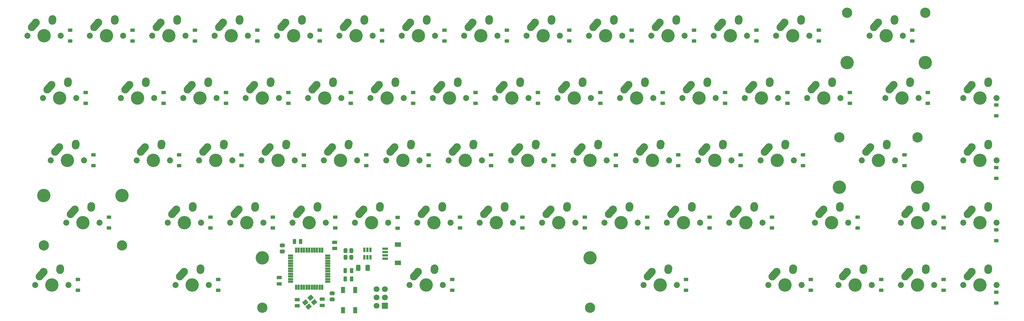
<source format=gbr>
G04 #@! TF.GenerationSoftware,KiCad,Pcbnew,(6.0.1)*
G04 #@! TF.CreationDate,2022-06-09T20:43:53-07:00*
G04 #@! TF.ProjectId,artemis-65,61727465-6d69-4732-9d36-352e6b696361,rev?*
G04 #@! TF.SameCoordinates,Original*
G04 #@! TF.FileFunction,Soldermask,Bot*
G04 #@! TF.FilePolarity,Negative*
%FSLAX46Y46*%
G04 Gerber Fmt 4.6, Leading zero omitted, Abs format (unit mm)*
G04 Created by KiCad (PCBNEW (6.0.1)) date 2022-06-09 20:43:53*
%MOMM*%
%LPD*%
G01*
G04 APERTURE LIST*
G04 Aperture macros list*
%AMRoundRect*
0 Rectangle with rounded corners*
0 $1 Rounding radius*
0 $2 $3 $4 $5 $6 $7 $8 $9 X,Y pos of 4 corners*
0 Add a 4 corners polygon primitive as box body*
4,1,4,$2,$3,$4,$5,$6,$7,$8,$9,$2,$3,0*
0 Add four circle primitives for the rounded corners*
1,1,$1+$1,$2,$3*
1,1,$1+$1,$4,$5*
1,1,$1+$1,$6,$7*
1,1,$1+$1,$8,$9*
0 Add four rect primitives between the rounded corners*
20,1,$1+$1,$2,$3,$4,$5,0*
20,1,$1+$1,$4,$5,$6,$7,0*
20,1,$1+$1,$6,$7,$8,$9,0*
20,1,$1+$1,$8,$9,$2,$3,0*%
%AMHorizOval*
0 Thick line with rounded ends*
0 $1 width*
0 $2 $3 position (X,Y) of the first rounded end (center of the circle)*
0 $4 $5 position (X,Y) of the second rounded end (center of the circle)*
0 Add line between two ends*
20,1,$1,$2,$3,$4,$5,0*
0 Add two circle primitives to create the rounded ends*
1,1,$1,$2,$3*
1,1,$1,$4,$5*%
G04 Aperture macros list end*
%ADD10C,4.087800*%
%ADD11C,1.850000*%
%ADD12HorizOval,2.350000X0.655001X0.730000X-0.655001X-0.730000X0*%
%ADD13C,2.350000*%
%ADD14HorizOval,2.350000X0.020000X0.290000X-0.020000X-0.290000X0*%
%ADD15C,3.148000*%
%ADD16C,1.800000*%
%ADD17RoundRect,0.050000X-0.850000X-0.850000X0.850000X-0.850000X0.850000X0.850000X-0.850000X0.850000X0*%
%ADD18RoundRect,0.050000X0.600000X-0.450000X0.600000X0.450000X-0.600000X0.450000X-0.600000X-0.450000X0*%
%ADD19RoundRect,0.300000X0.475000X-0.250000X0.475000X0.250000X-0.475000X0.250000X-0.475000X-0.250000X0*%
%ADD20RoundRect,0.300000X0.450000X-0.262500X0.450000X0.262500X-0.450000X0.262500X-0.450000X-0.262500X0*%
%ADD21RoundRect,0.050000X-0.550000X0.900000X-0.550000X-0.900000X0.550000X-0.900000X0.550000X0.900000X0*%
%ADD22RoundRect,0.200000X0.150000X-0.512500X0.150000X0.512500X-0.150000X0.512500X-0.150000X-0.512500X0*%
%ADD23RoundRect,0.050000X0.750000X0.275000X-0.750000X0.275000X-0.750000X-0.275000X0.750000X-0.275000X0*%
%ADD24RoundRect,0.050000X0.275000X-0.750000X0.275000X0.750000X-0.275000X0.750000X-0.275000X-0.750000X0*%
%ADD25RoundRect,0.050000X-0.150559X-0.909578X0.921904X-0.009675X0.150559X0.909578X-0.921904X0.009675X0*%
%ADD26RoundRect,0.300000X0.250000X0.475000X-0.250000X0.475000X-0.250000X-0.475000X0.250000X-0.475000X0*%
%ADD27RoundRect,0.300000X0.262500X0.450000X-0.262500X0.450000X-0.262500X-0.450000X0.262500X-0.450000X0*%
%ADD28RoundRect,0.300000X0.375000X0.625000X-0.375000X0.625000X-0.375000X-0.625000X0.375000X-0.625000X0*%
%ADD29RoundRect,0.300000X-0.250000X-0.475000X0.250000X-0.475000X0.250000X0.475000X-0.250000X0.475000X0*%
%ADD30RoundRect,0.300000X-0.475000X0.250000X-0.475000X-0.250000X0.475000X-0.250000X0.475000X0.250000X0*%
%ADD31RoundRect,0.050000X-0.900000X0.600000X-0.900000X-0.600000X0.900000X-0.600000X0.900000X0.600000X0*%
%ADD32RoundRect,0.050000X-0.775000X0.300000X-0.775000X-0.300000X0.775000X-0.300000X0.775000X0.300000X0*%
G04 APERTURE END LIST*
D10*
X177006250Y-64293750D03*
D11*
X182086250Y-64293750D03*
X171926250Y-64293750D03*
D12*
X173851251Y-61023750D03*
D13*
X174506250Y-60293750D03*
X179546250Y-59213750D03*
D14*
X179526250Y-59503750D03*
D10*
X96043750Y-45243750D03*
D11*
X101123750Y-45243750D03*
X90963750Y-45243750D03*
D12*
X92888751Y-41973750D03*
D13*
X93543750Y-41243750D03*
X98583750Y-40163750D03*
D14*
X98563750Y-40453750D03*
D11*
X38576250Y-64293750D03*
X48736250Y-64293750D03*
D10*
X43656250Y-64293750D03*
D12*
X40501251Y-61023750D03*
D13*
X41156250Y-60293750D03*
D14*
X46176250Y-59503750D03*
D13*
X46196250Y-59213750D03*
D11*
X200501250Y-83343750D03*
D10*
X205581250Y-83343750D03*
D11*
X210661250Y-83343750D03*
D13*
X203081250Y-79343750D03*
D12*
X202426251Y-80073750D03*
D13*
X208121250Y-78263750D03*
D14*
X208101250Y-78553750D03*
D15*
X279431750Y-19208750D03*
D11*
X272573750Y-26193750D03*
D10*
X255555750Y-34448750D03*
X279431750Y-34448750D03*
X267493750Y-26193750D03*
D15*
X255555750Y-19208750D03*
D11*
X262413750Y-26193750D03*
D13*
X264993750Y-22193750D03*
D12*
X264338751Y-22923750D03*
D14*
X270013750Y-21403750D03*
D13*
X270033750Y-21113750D03*
D11*
X129698750Y-26193750D03*
X119538750Y-26193750D03*
D10*
X124618750Y-26193750D03*
D12*
X121463751Y-22923750D03*
D13*
X122118750Y-22193750D03*
X127158750Y-21113750D03*
D14*
X127138750Y-21403750D03*
D11*
X205263750Y-45243750D03*
X215423750Y-45243750D03*
D10*
X210343750Y-45243750D03*
D12*
X207188751Y-41973750D03*
D13*
X207843750Y-41243750D03*
D14*
X212863750Y-40453750D03*
D13*
X212883750Y-40163750D03*
D11*
X267176250Y-45243750D03*
X277336250Y-45243750D03*
D10*
X272256250Y-45243750D03*
D13*
X269756250Y-41243750D03*
D12*
X269101251Y-41973750D03*
D14*
X274776250Y-40453750D03*
D13*
X274796250Y-40163750D03*
D11*
X270192500Y-64293750D03*
D10*
X277050500Y-72548750D03*
D15*
X253174500Y-57308750D03*
D10*
X265112500Y-64293750D03*
X253174500Y-72548750D03*
D11*
X260032500Y-64293750D03*
D15*
X277050500Y-57308750D03*
D12*
X261957501Y-61023750D03*
D13*
X262612500Y-60293750D03*
X267652500Y-59213750D03*
D14*
X267632500Y-59503750D03*
D11*
X290988750Y-45243750D03*
D10*
X296068750Y-45243750D03*
D11*
X301148750Y-45243750D03*
D12*
X292913751Y-41973750D03*
D13*
X293568750Y-41243750D03*
X298608750Y-40163750D03*
D14*
X298588750Y-40453750D03*
D10*
X172243750Y-45243750D03*
D11*
X177323750Y-45243750D03*
X167163750Y-45243750D03*
D12*
X169088751Y-41973750D03*
D13*
X169743750Y-41243750D03*
D14*
X174763750Y-40453750D03*
D13*
X174783750Y-40163750D03*
D10*
X277018750Y-83343750D03*
D11*
X282098750Y-83343750D03*
X271938750Y-83343750D03*
D12*
X273863751Y-80073750D03*
D13*
X274518750Y-79343750D03*
D14*
X279538750Y-78553750D03*
D13*
X279558750Y-78263750D03*
D11*
X243998750Y-26193750D03*
X233838750Y-26193750D03*
D10*
X238918750Y-26193750D03*
D13*
X236418750Y-22193750D03*
D12*
X235763751Y-22923750D03*
D13*
X241458750Y-21113750D03*
D14*
X241438750Y-21403750D03*
D11*
X301148750Y-64293750D03*
D10*
X296068750Y-64293750D03*
D11*
X290988750Y-64293750D03*
D12*
X292913751Y-61023750D03*
D13*
X293568750Y-60293750D03*
D14*
X298588750Y-59503750D03*
D13*
X298608750Y-59213750D03*
D11*
X138588750Y-26193750D03*
D10*
X143668750Y-26193750D03*
D11*
X148748750Y-26193750D03*
D13*
X141168750Y-22193750D03*
D12*
X140513751Y-22923750D03*
D13*
X146208750Y-21113750D03*
D14*
X146188750Y-21403750D03*
D11*
X195738750Y-26193750D03*
X205898750Y-26193750D03*
D10*
X200818750Y-26193750D03*
D13*
X198318750Y-22193750D03*
D12*
X197663751Y-22923750D03*
D14*
X203338750Y-21403750D03*
D13*
X203358750Y-21113750D03*
D11*
X252888750Y-102393750D03*
D10*
X257968750Y-102393750D03*
D11*
X263048750Y-102393750D03*
D12*
X254813751Y-99123750D03*
D13*
X255468750Y-98393750D03*
D14*
X260488750Y-97603750D03*
D13*
X260508750Y-97313750D03*
D10*
X224631250Y-83343750D03*
D11*
X229711250Y-83343750D03*
X219551250Y-83343750D03*
D12*
X221476251Y-80073750D03*
D13*
X222131250Y-79343750D03*
D14*
X227151250Y-78553750D03*
D13*
X227171250Y-78263750D03*
D11*
X110648750Y-26193750D03*
D10*
X105568750Y-26193750D03*
D11*
X100488750Y-26193750D03*
D12*
X102413751Y-22923750D03*
D13*
X103068750Y-22193750D03*
X108108750Y-21113750D03*
D14*
X108088750Y-21403750D03*
D11*
X62388750Y-26193750D03*
X72548750Y-26193750D03*
D10*
X67468750Y-26193750D03*
D12*
X64313751Y-22923750D03*
D13*
X64968750Y-22193750D03*
X70008750Y-21113750D03*
D14*
X69988750Y-21403750D03*
D11*
X17780000Y-102393750D03*
X7620000Y-102393750D03*
D10*
X12700000Y-102393750D03*
D12*
X9545001Y-99123750D03*
D13*
X10200000Y-98393750D03*
D14*
X15220000Y-97603750D03*
D13*
X15240000Y-97313750D03*
D10*
X153193750Y-45243750D03*
D11*
X158273750Y-45243750D03*
X148113750Y-45243750D03*
D12*
X150038751Y-41973750D03*
D13*
X150693750Y-41243750D03*
X155733750Y-40163750D03*
D14*
X155713750Y-40453750D03*
D11*
X20161250Y-45243750D03*
D10*
X15081250Y-45243750D03*
D11*
X10001250Y-45243750D03*
D13*
X12581250Y-41243750D03*
D12*
X11926251Y-41973750D03*
D14*
X17601250Y-40453750D03*
D13*
X17621250Y-40163750D03*
D10*
X248443750Y-45243750D03*
D11*
X253523750Y-45243750D03*
X243363750Y-45243750D03*
D12*
X245288751Y-41973750D03*
D13*
X245943750Y-41243750D03*
X250983750Y-40163750D03*
D14*
X250963750Y-40453750D03*
D11*
X143351250Y-83343750D03*
X153511250Y-83343750D03*
D10*
X148431250Y-83343750D03*
D13*
X145931250Y-79343750D03*
D12*
X145276251Y-80073750D03*
D14*
X150951250Y-78553750D03*
D13*
X150971250Y-78263750D03*
D11*
X105886250Y-64293750D03*
X95726250Y-64293750D03*
D10*
X100806250Y-64293750D03*
D12*
X97651251Y-61023750D03*
D13*
X98306250Y-60293750D03*
X103346250Y-59213750D03*
D14*
X103326250Y-59503750D03*
D10*
X134143750Y-45243750D03*
D11*
X129063750Y-45243750D03*
X139223750Y-45243750D03*
D13*
X131643750Y-41243750D03*
D12*
X130988751Y-41973750D03*
D13*
X136683750Y-40163750D03*
D14*
X136663750Y-40453750D03*
D11*
X115411250Y-83343750D03*
D10*
X110331250Y-83343750D03*
D11*
X105251250Y-83343750D03*
D13*
X107831250Y-79343750D03*
D12*
X107176251Y-80073750D03*
D13*
X112871250Y-78263750D03*
D14*
X112851250Y-78553750D03*
D11*
X86201250Y-83343750D03*
D10*
X91281250Y-83343750D03*
D11*
X96361250Y-83343750D03*
D12*
X88126251Y-80073750D03*
D13*
X88781250Y-79343750D03*
D14*
X93801250Y-78553750D03*
D13*
X93821250Y-78263750D03*
D11*
X60642500Y-102393750D03*
D10*
X55562500Y-102393750D03*
D11*
X50482500Y-102393750D03*
D12*
X52407501Y-99123750D03*
D13*
X53062500Y-98393750D03*
D14*
X58082500Y-97603750D03*
D13*
X58102500Y-97313750D03*
D11*
X271938750Y-102393750D03*
D10*
X277018750Y-102393750D03*
D11*
X282098750Y-102393750D03*
D12*
X273863751Y-99123750D03*
D13*
X274518750Y-98393750D03*
X279558750Y-97313750D03*
D14*
X279538750Y-97603750D03*
D10*
X127000000Y-102393750D03*
X77000100Y-94138750D03*
D15*
X176999900Y-109378750D03*
X77000100Y-109378750D03*
D11*
X132080000Y-102393750D03*
X121920000Y-102393750D03*
D10*
X176999900Y-94138750D03*
D13*
X124500000Y-98393750D03*
D12*
X123845001Y-99123750D03*
D13*
X129540000Y-97313750D03*
D14*
X129520000Y-97603750D03*
D11*
X22542500Y-64293750D03*
D10*
X17462500Y-64293750D03*
D11*
X12382500Y-64293750D03*
D13*
X14962500Y-60293750D03*
D12*
X14307501Y-61023750D03*
D13*
X20002500Y-59213750D03*
D14*
X19982500Y-59503750D03*
D11*
X34448750Y-26193750D03*
X24288750Y-26193750D03*
D10*
X29368750Y-26193750D03*
D12*
X26213751Y-22923750D03*
D13*
X26868750Y-22193750D03*
X31908750Y-21113750D03*
D14*
X31888750Y-21403750D03*
D11*
X241617500Y-102393750D03*
X231457500Y-102393750D03*
D10*
X236537500Y-102393750D03*
D13*
X234037500Y-98393750D03*
D12*
X233382501Y-99123750D03*
D14*
X239057500Y-97603750D03*
D13*
X239077500Y-97313750D03*
D11*
X82073750Y-45243750D03*
D10*
X76993750Y-45243750D03*
D11*
X71913750Y-45243750D03*
D12*
X73838751Y-41973750D03*
D13*
X74493750Y-41243750D03*
D14*
X79513750Y-40453750D03*
D13*
X79533750Y-40163750D03*
D11*
X239236250Y-64293750D03*
X229076250Y-64293750D03*
D10*
X234156250Y-64293750D03*
D12*
X231001251Y-61023750D03*
D13*
X231656250Y-60293750D03*
X236696250Y-59213750D03*
D14*
X236676250Y-59503750D03*
D10*
X186531250Y-83343750D03*
D11*
X181451250Y-83343750D03*
X191611250Y-83343750D03*
D13*
X184031250Y-79343750D03*
D12*
X183376251Y-80073750D03*
D13*
X189071250Y-78263750D03*
D14*
X189051250Y-78553750D03*
D11*
X133826250Y-64293750D03*
D10*
X138906250Y-64293750D03*
D11*
X143986250Y-64293750D03*
D13*
X136406250Y-60293750D03*
D12*
X135751251Y-61023750D03*
D14*
X141426250Y-59503750D03*
D13*
X141446250Y-59213750D03*
D11*
X67151250Y-83343750D03*
D10*
X72231250Y-83343750D03*
D11*
X77311250Y-83343750D03*
D12*
X69076251Y-80073750D03*
D13*
X69731250Y-79343750D03*
X74771250Y-78263750D03*
D14*
X74751250Y-78553750D03*
D11*
X290988750Y-102393750D03*
X301148750Y-102393750D03*
D10*
X296068750Y-102393750D03*
D13*
X293568750Y-98393750D03*
D12*
X292913751Y-99123750D03*
D14*
X298588750Y-97603750D03*
D13*
X298608750Y-97313750D03*
D11*
X167798750Y-26193750D03*
X157638750Y-26193750D03*
D10*
X162718750Y-26193750D03*
D13*
X160218750Y-22193750D03*
D12*
X159563751Y-22923750D03*
D14*
X165238750Y-21403750D03*
D13*
X165258750Y-21113750D03*
D15*
X34163000Y-90328750D03*
D11*
X27305000Y-83343750D03*
D10*
X10287000Y-75088750D03*
D11*
X17145000Y-83343750D03*
D15*
X10287000Y-90328750D03*
D10*
X34163000Y-75088750D03*
X22225000Y-83343750D03*
D12*
X19070001Y-80073750D03*
D13*
X19725000Y-79343750D03*
X24765000Y-78263750D03*
D14*
X24745000Y-78553750D03*
D16*
X111810800Y-103694300D03*
X114350800Y-103694300D03*
X111810800Y-106234300D03*
X114350800Y-106234300D03*
X111810800Y-108774300D03*
D17*
X114350800Y-108774300D03*
D10*
X86518750Y-26193750D03*
D11*
X91598750Y-26193750D03*
X81438750Y-26193750D03*
D13*
X84018750Y-22193750D03*
D12*
X83363751Y-22923750D03*
D14*
X89038750Y-21403750D03*
D13*
X89058750Y-21113750D03*
D10*
X215106250Y-64293750D03*
D11*
X210026250Y-64293750D03*
X220186250Y-64293750D03*
D13*
X212606250Y-60293750D03*
D12*
X211951251Y-61023750D03*
D13*
X217646250Y-59213750D03*
D14*
X217626250Y-59503750D03*
D10*
X115093750Y-45243750D03*
D11*
X110013750Y-45243750D03*
X120173750Y-45243750D03*
D13*
X112593750Y-41243750D03*
D12*
X111938751Y-41973750D03*
D14*
X117613750Y-40453750D03*
D13*
X117633750Y-40163750D03*
D11*
X76676250Y-64293750D03*
X86836250Y-64293750D03*
D10*
X81756250Y-64293750D03*
D12*
X78601251Y-61023750D03*
D13*
X79256250Y-60293750D03*
D14*
X84276250Y-59503750D03*
D13*
X84296250Y-59213750D03*
D11*
X58261250Y-83343750D03*
D10*
X53181250Y-83343750D03*
D11*
X48101250Y-83343750D03*
D12*
X50026251Y-80073750D03*
D13*
X50681250Y-79343750D03*
D14*
X55701250Y-78553750D03*
D13*
X55721250Y-78263750D03*
D11*
X172561250Y-83343750D03*
X162401250Y-83343750D03*
D10*
X167481250Y-83343750D03*
D12*
X164326251Y-80073750D03*
D13*
X164981250Y-79343750D03*
D14*
X170001250Y-78553750D03*
D13*
X170021250Y-78263750D03*
D11*
X57626250Y-64293750D03*
D10*
X62706250Y-64293750D03*
D11*
X67786250Y-64293750D03*
D12*
X59551251Y-61023750D03*
D13*
X60206250Y-60293750D03*
X65246250Y-59213750D03*
D14*
X65226250Y-59503750D03*
D10*
X219868750Y-26193750D03*
D11*
X224948750Y-26193750D03*
X214788750Y-26193750D03*
D13*
X217368750Y-22193750D03*
D12*
X216713751Y-22923750D03*
D13*
X222408750Y-21113750D03*
D14*
X222388750Y-21403750D03*
D10*
X191293750Y-45243750D03*
D11*
X186213750Y-45243750D03*
X196373750Y-45243750D03*
D13*
X188793750Y-41243750D03*
D12*
X188138751Y-41973750D03*
D14*
X193813750Y-40453750D03*
D13*
X193833750Y-40163750D03*
D11*
X203517500Y-102393750D03*
D10*
X198437500Y-102393750D03*
D11*
X193357500Y-102393750D03*
D13*
X195937500Y-98393750D03*
D12*
X195282501Y-99123750D03*
D13*
X200977500Y-97313750D03*
D14*
X200957500Y-97603750D03*
D10*
X10318750Y-26193750D03*
D11*
X15398750Y-26193750D03*
X5238750Y-26193750D03*
D13*
X7818750Y-22193750D03*
D12*
X7163751Y-22923750D03*
D13*
X12858750Y-21113750D03*
D14*
X12838750Y-21403750D03*
D10*
X296068750Y-83343750D03*
D11*
X290988750Y-83343750D03*
X301148750Y-83343750D03*
D12*
X292913751Y-80073750D03*
D13*
X293568750Y-79343750D03*
X298608750Y-78263750D03*
D14*
X298588750Y-78553750D03*
D10*
X250825000Y-83343750D03*
D11*
X245745000Y-83343750D03*
X255905000Y-83343750D03*
D13*
X248325000Y-79343750D03*
D12*
X247670001Y-80073750D03*
D13*
X253365000Y-78263750D03*
D14*
X253345000Y-78553750D03*
D11*
X63023750Y-45243750D03*
D10*
X57943750Y-45243750D03*
D11*
X52863750Y-45243750D03*
D13*
X55443750Y-41243750D03*
D12*
X54788751Y-41973750D03*
D13*
X60483750Y-40163750D03*
D14*
X60463750Y-40453750D03*
D11*
X43338750Y-26193750D03*
D10*
X48418750Y-26193750D03*
D11*
X53498750Y-26193750D03*
D13*
X45918750Y-22193750D03*
D12*
X45263751Y-22923750D03*
D13*
X50958750Y-21113750D03*
D14*
X50938750Y-21403750D03*
D11*
X186848750Y-26193750D03*
X176688750Y-26193750D03*
D10*
X181768750Y-26193750D03*
D12*
X178613751Y-22923750D03*
D13*
X179268750Y-22193750D03*
X184308750Y-21113750D03*
D14*
X184288750Y-21403750D03*
D10*
X157956250Y-64293750D03*
D11*
X163036250Y-64293750D03*
X152876250Y-64293750D03*
D12*
X154801251Y-61023750D03*
D13*
X155456250Y-60293750D03*
D14*
X160476250Y-59503750D03*
D13*
X160496250Y-59213750D03*
D11*
X134461250Y-83343750D03*
D10*
X129381250Y-83343750D03*
D11*
X124301250Y-83343750D03*
D13*
X126881250Y-79343750D03*
D12*
X126226251Y-80073750D03*
D13*
X131921250Y-78263750D03*
D14*
X131901250Y-78553750D03*
D11*
X201136250Y-64293750D03*
D10*
X196056250Y-64293750D03*
D11*
X190976250Y-64293750D03*
D13*
X193556250Y-60293750D03*
D12*
X192901251Y-61023750D03*
D13*
X198596250Y-59213750D03*
D14*
X198576250Y-59503750D03*
D11*
X43973750Y-45243750D03*
D10*
X38893750Y-45243750D03*
D11*
X33813750Y-45243750D03*
D13*
X36393750Y-41243750D03*
D12*
X35738751Y-41973750D03*
D13*
X41433750Y-40163750D03*
D14*
X41413750Y-40453750D03*
D11*
X114776250Y-64293750D03*
D10*
X119856250Y-64293750D03*
D11*
X124936250Y-64293750D03*
D13*
X117356250Y-60293750D03*
D12*
X116701251Y-61023750D03*
D13*
X122396250Y-59213750D03*
D14*
X122376250Y-59503750D03*
D11*
X234473750Y-45243750D03*
X224313750Y-45243750D03*
D10*
X229393750Y-45243750D03*
D12*
X226238751Y-41973750D03*
D13*
X226893750Y-41243750D03*
D14*
X231913750Y-40453750D03*
D13*
X231933750Y-40163750D03*
D18*
X280193750Y-46893750D03*
X280193750Y-43593750D03*
X103981250Y-46893750D03*
X103981250Y-43593750D03*
X89693750Y-65943750D03*
X89693750Y-62643750D03*
X20637500Y-104043750D03*
X20637500Y-100743750D03*
X284956250Y-104043750D03*
X284956250Y-100743750D03*
X134937500Y-104043750D03*
X134937500Y-100743750D03*
D19*
X99060000Y-91247000D03*
X99060000Y-89347000D03*
D18*
X56356250Y-27843750D03*
X56356250Y-24543750D03*
X156368750Y-84993750D03*
X156368750Y-81693750D03*
X84931250Y-46893750D03*
X84931250Y-43593750D03*
D20*
X98298000Y-106779700D03*
X98298000Y-104954700D03*
D18*
X25400000Y-65943750D03*
X25400000Y-62643750D03*
X208756250Y-27843750D03*
X208756250Y-24543750D03*
D21*
X105329600Y-110135600D03*
X101629600Y-103935600D03*
X101629600Y-110135600D03*
X105329600Y-103935600D03*
D18*
X175418750Y-84993750D03*
X175418750Y-81693750D03*
D19*
X95250000Y-108646000D03*
X95250000Y-106746000D03*
D22*
X110017600Y-93974500D03*
X109067600Y-93974500D03*
X108117600Y-93974500D03*
X108117600Y-91699500D03*
X109067600Y-91699500D03*
X110017600Y-91699500D03*
D18*
X265906250Y-104043750D03*
X265906250Y-100743750D03*
X237331250Y-46893750D03*
X237331250Y-43593750D03*
X113506250Y-27843750D03*
X113506250Y-24543750D03*
X232568750Y-84993750D03*
X232568750Y-81693750D03*
X258762500Y-84993750D03*
X258762500Y-81693750D03*
X142081250Y-46893750D03*
X142081250Y-43593750D03*
X61118750Y-84993750D03*
X61118750Y-81693750D03*
X256381250Y-46893750D03*
X256381250Y-43593750D03*
D23*
X96981250Y-93409000D03*
X96981250Y-94209000D03*
X96981250Y-95009000D03*
X96981250Y-95809000D03*
X96981250Y-96609000D03*
X96981250Y-97409000D03*
X96981250Y-98209000D03*
X96981250Y-99009000D03*
X96981250Y-99809000D03*
X96981250Y-100609000D03*
X96981250Y-101409000D03*
D24*
X95281250Y-103109000D03*
X94481250Y-103109000D03*
X93681250Y-103109000D03*
X92881250Y-103109000D03*
X92081250Y-103109000D03*
X91281250Y-103109000D03*
X90481250Y-103109000D03*
X89681250Y-103109000D03*
X88881250Y-103109000D03*
X88081250Y-103109000D03*
X87281250Y-103109000D03*
D23*
X85581250Y-101409000D03*
X85581250Y-100609000D03*
X85581250Y-99809000D03*
X85581250Y-99009000D03*
X85581250Y-98209000D03*
X85581250Y-97409000D03*
X85581250Y-96609000D03*
X85581250Y-95809000D03*
X85581250Y-95009000D03*
X85581250Y-94209000D03*
X85581250Y-93409000D03*
D24*
X87281250Y-91709000D03*
X88081250Y-91709000D03*
X88881250Y-91709000D03*
X89681250Y-91709000D03*
X90481250Y-91709000D03*
X91281250Y-91709000D03*
X92081250Y-91709000D03*
X92881250Y-91709000D03*
X93681250Y-91709000D03*
X94481250Y-91709000D03*
X95281250Y-91709000D03*
D18*
X165893750Y-65943750D03*
X165893750Y-62643750D03*
X151606250Y-27843750D03*
X151606250Y-24543750D03*
X189706250Y-27843750D03*
X189706250Y-24543750D03*
X123031250Y-46893750D03*
X123031250Y-43593750D03*
X108743750Y-65943750D03*
X108743750Y-62643750D03*
X275431250Y-27843750D03*
X275431250Y-24543750D03*
D25*
X90050982Y-107751929D03*
X91736279Y-106337796D03*
X92829018Y-107640071D03*
X91143721Y-109054204D03*
D18*
X213518750Y-84993750D03*
X213518750Y-81693750D03*
X180181250Y-46893750D03*
X180181250Y-43593750D03*
X273050000Y-65943750D03*
X273050000Y-62643750D03*
X37306250Y-27843750D03*
X37306250Y-24543750D03*
X206375000Y-104043750D03*
X206375000Y-100743750D03*
X203993750Y-65943750D03*
X203993750Y-62643750D03*
X18256250Y-27843750D03*
X18256250Y-24543750D03*
X170656250Y-27843750D03*
X170656250Y-24543750D03*
X246856250Y-27843750D03*
X246856250Y-24543750D03*
X301117000Y-50672000D03*
X301117000Y-47372000D03*
X227806250Y-27843750D03*
X227806250Y-24543750D03*
X146843750Y-65943750D03*
X146843750Y-62643750D03*
D20*
X83058000Y-92149300D03*
X83058000Y-90324300D03*
D18*
X301117000Y-69849000D03*
X301117000Y-66549000D03*
X244475000Y-104043750D03*
X244475000Y-100743750D03*
D19*
X87630000Y-108773000D03*
X87630000Y-106873000D03*
D18*
X161131250Y-46893750D03*
X161131250Y-43593750D03*
X99218750Y-84993750D03*
X99218750Y-81693750D03*
X301117000Y-88899000D03*
X301117000Y-85599000D03*
X70643750Y-65943750D03*
X70643750Y-62643750D03*
X284956250Y-84993750D03*
X284956250Y-81693750D03*
X301117000Y-107949000D03*
X301117000Y-104649000D03*
X132556250Y-27843750D03*
X132556250Y-24543750D03*
X137318750Y-84993750D03*
X137318750Y-81693750D03*
X65881250Y-46893750D03*
X65881250Y-43593750D03*
X23018750Y-46893750D03*
X23018750Y-43593750D03*
X223043750Y-65943750D03*
X223043750Y-62643750D03*
X30162500Y-84993750D03*
X30162500Y-81693750D03*
D26*
X104201000Y-98044000D03*
X102301000Y-98044000D03*
D18*
X218281250Y-46893750D03*
X218281250Y-43593750D03*
D27*
X104163500Y-93980000D03*
X102338500Y-93980000D03*
D18*
X46831250Y-46893750D03*
X46831250Y-43593750D03*
X184943750Y-65943750D03*
X184943750Y-62643750D03*
X242093750Y-65943750D03*
X242093750Y-62643750D03*
X80168750Y-84993750D03*
X80168750Y-81693750D03*
D28*
X109096000Y-97155000D03*
X106296000Y-97155000D03*
D18*
X75406250Y-27843750D03*
X75406250Y-24543750D03*
D29*
X102301000Y-100584000D03*
X104201000Y-100584000D03*
D18*
X118268750Y-85056250D03*
X118268750Y-81756250D03*
X127793750Y-65943750D03*
X127793750Y-62643750D03*
D30*
X82143600Y-100142000D03*
X82143600Y-102042000D03*
D18*
X94456250Y-27843750D03*
X94456250Y-24543750D03*
X63500000Y-104043750D03*
X63500000Y-100743750D03*
X194468750Y-84993750D03*
X194468750Y-81693750D03*
X51593750Y-65943750D03*
X51593750Y-62643750D03*
D29*
X86781600Y-89154000D03*
X88681600Y-89154000D03*
D31*
X118336000Y-90037000D03*
X118336000Y-95637000D03*
D32*
X114461000Y-91337000D03*
X114461000Y-92337000D03*
X114461000Y-93337000D03*
X114461000Y-94337000D03*
D18*
X199231250Y-46893750D03*
X199231250Y-43593750D03*
D27*
X104163500Y-91948000D03*
X102338500Y-91948000D03*
M02*

</source>
